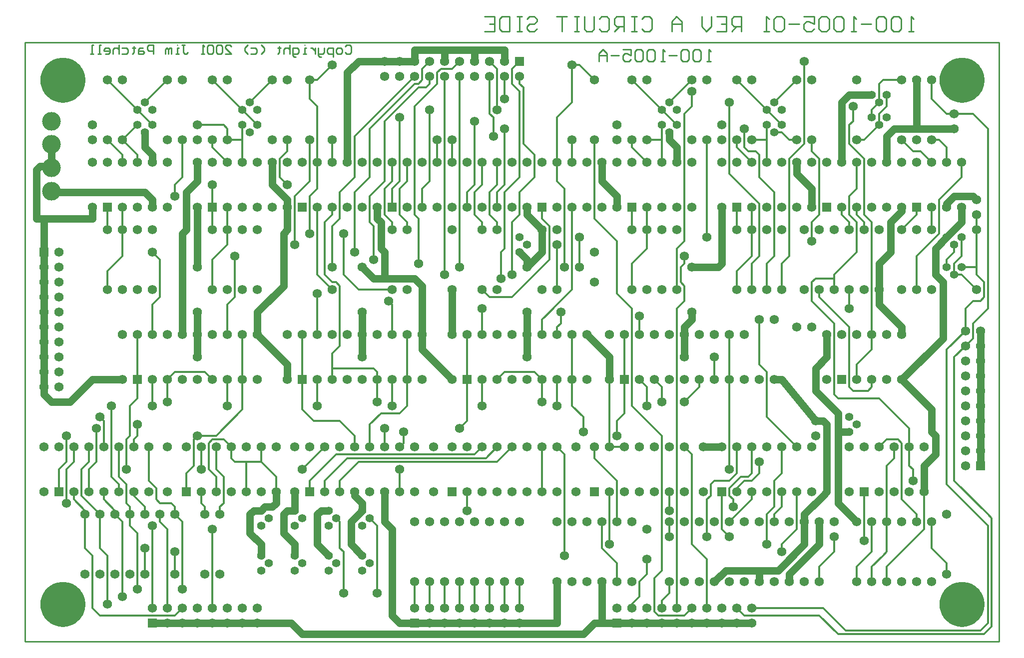
<source format=gbl>
*%FSLAX23Y23*%
*%MOIN*%
G01*
%ADD11C,0.006*%
%ADD12C,0.007*%
%ADD13C,0.008*%
%ADD14C,0.010*%
%ADD15C,0.012*%
%ADD16C,0.020*%
%ADD17C,0.032*%
%ADD18C,0.036*%
%ADD19C,0.050*%
%ADD20C,0.052*%
%ADD21C,0.055*%
%ADD22C,0.056*%
%ADD23C,0.059*%
%ADD24C,0.062*%
%ADD25C,0.066*%
%ADD26C,0.070*%
%ADD27C,0.090*%
%ADD28C,0.125*%
%ADD29C,0.129*%
%ADD30C,0.140*%
%ADD31C,0.160*%
%ADD32C,0.250*%
%ADD33R,0.062X0.062*%
%ADD34R,0.066X0.066*%
D14*
X8329Y9818D02*
X8339Y9828D01*
X8359D01*
X8369Y9818D01*
Y9778D01*
X8359Y9768D01*
X8339D01*
X8329Y9778D01*
X8299Y9768D02*
X8279D01*
X8269Y9778D01*
Y9798D01*
X8279Y9808D01*
X8299D01*
X8309Y9798D01*
Y9778D01*
X8299Y9768D01*
X8249Y9748D02*
Y9808D01*
X8219D01*
X8209Y9798D01*
Y9778D01*
X8219Y9768D01*
X8249D01*
X8189Y9778D02*
Y9808D01*
Y9778D02*
X8179Y9768D01*
X8149D01*
Y9758D01*
X8159Y9748D01*
X8169D01*
X8149Y9768D02*
Y9808D01*
X8129D02*
Y9768D01*
Y9788D01*
X8119Y9798D01*
X8109Y9808D01*
X8099D01*
X8069Y9768D02*
X8049D01*
X8059D01*
Y9808D01*
X8069D01*
X8059Y9828D02*
X8060D01*
X7999Y9748D02*
X7989D01*
X7979Y9758D01*
Y9808D01*
X8009D01*
X8019Y9798D01*
Y9778D01*
X8009Y9768D01*
X7979D01*
X7959D02*
Y9828D01*
Y9798D02*
Y9768D01*
Y9798D02*
X7949Y9808D01*
X7929D01*
X7919Y9798D01*
Y9768D01*
X7889Y9808D02*
Y9818D01*
Y9808D02*
X7899D01*
X7879D01*
X7889D01*
Y9778D01*
X7879Y9768D01*
X7789Y9788D02*
X7769Y9768D01*
X7789Y9788D02*
Y9808D01*
X7769Y9828D01*
X7729Y9808D02*
X7699D01*
X7729D02*
X7739Y9798D01*
Y9778D01*
X7729Y9768D01*
X7699D01*
X7679D02*
X7659Y9788D01*
Y9808D01*
X7679Y9828D01*
X7569Y9768D02*
X7529D01*
X7569D02*
X7529Y9808D01*
Y9818D01*
X7539Y9828D01*
X7559D01*
X7569Y9818D01*
X7509D02*
X7499Y9828D01*
X7479D01*
X7469Y9818D01*
Y9778D01*
X7479Y9768D01*
X7499D01*
X7509Y9778D01*
Y9818D01*
X7449D02*
X7439Y9828D01*
X7419D01*
X7409Y9818D01*
Y9778D01*
X7419Y9768D01*
X7439D01*
X7449Y9778D01*
Y9818D01*
X7389Y9768D02*
X7369D01*
X7379D01*
Y9828D01*
X7380D01*
X7379D02*
X7389Y9818D01*
X7259Y9828D02*
X7239D01*
X7249D02*
X7259D01*
X7249D02*
Y9778D01*
X7259Y9768D01*
X7269D01*
X7279Y9778D01*
X7219Y9768D02*
X7199D01*
X7209D01*
Y9808D01*
X7219D01*
X7209Y9828D02*
X7210D01*
X7169Y9808D02*
Y9768D01*
Y9808D02*
X7159D01*
X7149Y9798D01*
Y9768D01*
Y9798D01*
X7139Y9808D01*
X7129Y9798D01*
Y9768D01*
X7049D02*
Y9828D01*
X7019D01*
X7009Y9818D01*
Y9798D01*
X7019Y9788D01*
X7049D01*
X6979Y9808D02*
X6959D01*
X6949Y9798D01*
Y9768D01*
X6979D01*
X6989Y9778D01*
X6979Y9788D01*
X6949D01*
X6919Y9808D02*
Y9818D01*
Y9808D02*
X6929D01*
X6909D01*
X6919D01*
Y9778D01*
X6909Y9768D01*
X6869Y9808D02*
X6839D01*
X6869D02*
X6879Y9798D01*
Y9778D01*
X6869Y9768D01*
X6839D01*
X6820D02*
Y9828D01*
Y9798D02*
Y9768D01*
Y9798D02*
X6810Y9808D01*
X6790D01*
X6780Y9798D01*
Y9768D01*
X6750D02*
X6730D01*
X6750D02*
X6760Y9778D01*
Y9798D01*
X6750Y9808D01*
X6730D01*
X6720Y9798D01*
Y9788D01*
X6760D01*
X6700Y9768D02*
X6680D01*
X6690D01*
Y9828D01*
X6700D01*
X6650Y9768D02*
X6630D01*
X6640D01*
Y9828D01*
X6650D01*
X10742Y9718D02*
X10769D01*
X10756D02*
X10742D01*
X10756D02*
Y9798D01*
X10757D01*
X10756D02*
X10769Y9785D01*
X10702D02*
X10689Y9798D01*
X10662D01*
X10649Y9785D01*
Y9731D01*
X10662Y9718D01*
X10689D01*
X10702Y9731D01*
Y9785D01*
X10622D02*
X10609Y9798D01*
X10582D01*
X10569Y9785D01*
Y9731D01*
X10582Y9718D01*
X10609D01*
X10622Y9731D01*
Y9785D01*
X10542Y9758D02*
X10489D01*
X10462Y9718D02*
X10436D01*
X10449D01*
Y9798D01*
X10450D01*
X10449D02*
X10462Y9785D01*
X10396D02*
X10382Y9798D01*
X10356D01*
X10342Y9785D01*
Y9731D01*
X10356Y9718D01*
X10382D01*
X10396Y9731D01*
Y9785D01*
X10316D02*
X10302Y9798D01*
X10276D01*
X10262Y9785D01*
Y9731D01*
X10276Y9718D01*
X10302D01*
X10316Y9731D01*
Y9785D01*
X10236Y9798D02*
X10183D01*
X10236D02*
Y9758D01*
X10209Y9771D01*
X10196D01*
X10183Y9758D01*
Y9731D01*
X10196Y9718D01*
X10223D01*
X10236Y9731D01*
X10156Y9758D02*
X10103D01*
X10076Y9771D02*
Y9718D01*
Y9771D02*
X10049Y9798D01*
X10023Y9771D01*
Y9718D01*
Y9758D01*
X10076D01*
X12091Y9918D02*
X12124D01*
X12107D02*
X12091D01*
X12107D02*
Y10018D01*
X12108D01*
X12107D02*
X12124Y10001D01*
X12041D02*
X12024Y10018D01*
X11991D01*
X11974Y10001D01*
Y9935D01*
X11991Y9918D01*
X12024D01*
X12041Y9935D01*
Y10001D01*
X11941D02*
X11924Y10018D01*
X11891D01*
X11874Y10001D01*
Y9935D01*
X11891Y9918D01*
X11924D01*
X11941Y9935D01*
Y10001D01*
X11841Y9968D02*
X11774D01*
X11741Y9918D02*
X11707D01*
X11724D01*
Y10018D01*
X11725D01*
X11724D02*
X11741Y10001D01*
X11657D02*
X11641Y10018D01*
X11608D01*
X11591Y10001D01*
Y9935D01*
X11608Y9918D01*
X11641D01*
X11657Y9935D01*
Y10001D01*
X11558D02*
X11541Y10018D01*
X11508D01*
X11491Y10001D01*
Y9935D01*
X11508Y9918D01*
X11541D01*
X11558Y9935D01*
Y10001D01*
X11458Y10018D02*
X11391D01*
X11458D02*
Y9968D01*
X11424Y9985D01*
X11408D01*
X11391Y9968D01*
Y9935D01*
X11408Y9918D01*
X11441D01*
X11458Y9935D01*
X11358Y9968D02*
X11291D01*
X11258Y10001D02*
X11241Y10018D01*
X11208D01*
X11191Y10001D01*
Y9935D01*
X11208Y9918D01*
X11241D01*
X11258Y9935D01*
Y10001D01*
X11158Y9918D02*
X11124D01*
X11141D01*
Y10018D01*
X11142D01*
X11141D02*
X11158Y10001D01*
X10974Y10018D02*
Y9918D01*
Y10018D02*
X10924D01*
X10908Y10001D01*
Y9968D01*
X10924Y9951D01*
X10974D01*
X10941D02*
X10908Y9918D01*
X10874Y10018D02*
X10808D01*
X10874D02*
Y9918D01*
X10808D01*
X10841Y9968D02*
X10874D01*
X10774Y9951D02*
Y10018D01*
Y9951D02*
X10741Y9918D01*
X10708Y9951D01*
Y10018D01*
X10575Y9985D02*
Y9918D01*
Y9985D02*
X10541Y10018D01*
X10508Y9985D01*
Y9918D01*
Y9968D01*
X10575D01*
X10325Y10018D02*
X10308Y10001D01*
X10325Y10018D02*
X10358D01*
X10375Y10001D01*
Y9935D01*
X10358Y9918D01*
X10325D01*
X10308Y9935D01*
X10275Y10018D02*
X10241D01*
X10258D01*
Y9918D01*
X10275D01*
X10241D01*
X10191D02*
Y10018D01*
X10141D01*
X10125Y10001D01*
Y9968D01*
X10141Y9951D01*
X10191D01*
X10158D02*
X10125Y9918D01*
X10025Y10001D02*
X10041Y10018D01*
X10075D01*
X10091Y10001D01*
Y9935D01*
X10075Y9918D01*
X10041D01*
X10025Y9935D01*
X9991D02*
Y10018D01*
Y9935D02*
X9975Y9918D01*
X9941D01*
X9925Y9935D01*
Y10018D01*
X9891D02*
X9858D01*
X9875D01*
Y9918D01*
X9891D01*
X9858D01*
X9808Y10018D02*
X9741D01*
X9775D01*
Y9918D01*
X9558Y10018D02*
X9542Y10001D01*
X9558Y10018D02*
X9591D01*
X9608Y10001D01*
Y9985D01*
X9591Y9968D01*
X9558D01*
X9542Y9951D01*
Y9935D01*
X9558Y9918D01*
X9591D01*
X9608Y9935D01*
X9508Y10018D02*
X9475D01*
X9492D01*
Y9918D01*
X9508D01*
X9475D01*
X9425D02*
Y10018D01*
Y9918D02*
X9375D01*
X9358Y9935D01*
Y10001D01*
X9375Y10018D01*
X9425D01*
X9325D02*
X9258D01*
X9325D02*
Y9918D01*
X9258D01*
X9292Y9968D02*
X9325D01*
X6194Y9843D02*
X12694D01*
Y5843D02*
X6194D01*
X12694D02*
Y9843D01*
X6194D02*
Y5843D01*
D15*
X10894Y6643D02*
X11044Y6793D01*
X11594Y8293D02*
X11744Y8443D01*
X8419Y7043D02*
X8294Y6918D01*
X8194D02*
X8344Y7068D01*
X8269Y7093D02*
X8094Y6918D01*
X6994Y9443D02*
X7144Y9593D01*
X7694Y9443D02*
X7844Y9593D01*
X10494Y9443D02*
X10644Y9593D01*
X11194Y9443D02*
X11344Y9593D01*
X8944Y9568D02*
X8794Y9418D01*
Y9618D02*
X8394Y9218D01*
X8594Y9318D02*
X8819Y9543D01*
X8794Y9568D02*
X8494Y9268D01*
X12294Y8793D02*
X12444Y8943D01*
X12194Y6593D02*
X11944Y6343D01*
X12144Y8418D02*
X12294Y8568D01*
X12469Y7918D02*
X12344Y7793D01*
X8194Y7143D02*
X8044Y6993D01*
X7644Y7393D02*
X7469Y7218D01*
X9644Y7993D02*
X9844Y8193D01*
X9694Y8393D02*
X9444Y8143D01*
X11144Y7343D02*
X11344Y7143D01*
X10144Y6918D02*
X9994Y7068D01*
X10244Y7418D02*
X10444Y7218D01*
X11444Y8118D02*
X11594Y7968D01*
X11694Y7943D02*
X11494Y8143D01*
X7644Y9393D02*
X7444Y9593D01*
X6944Y9393D02*
X6744Y9593D01*
X10269Y9568D02*
X10444Y9393D01*
X10944Y9593D02*
X11144Y9393D01*
X10894Y8968D02*
X11094Y8768D01*
X10144Y8518D02*
X9994Y8668D01*
X12394Y6918D02*
X12619Y6693D01*
Y6618D02*
X12344Y6893D01*
X11494Y6018D02*
X11619Y5893D01*
X11669Y5918D02*
X11519Y6068D01*
X6694Y6693D02*
X6569Y6818D01*
X11619Y5893D02*
X12594D01*
X12569Y5918D02*
X11669D01*
X11519Y6068D02*
X11044D01*
X7194Y6018D02*
X6694D01*
X10419D02*
X10594D01*
X10994D02*
X11494D01*
X6419Y6843D02*
Y6993D01*
X6469Y7043D02*
Y7218D01*
Y6993D02*
Y6768D01*
X6519Y7043D02*
Y7143D01*
Y6843D02*
Y6793D01*
X6419Y6993D02*
X6469Y7043D01*
Y6993D02*
X6519Y7043D01*
Y6793D02*
X6594Y6718D01*
X6744Y8593D02*
Y8743D01*
Y8318D02*
Y8193D01*
Y6418D02*
Y6093D01*
X6644Y6068D02*
Y6418D01*
X6694Y6468D02*
Y6693D01*
X6594D02*
Y6468D01*
Y6693D02*
Y6718D01*
X6569Y6818D02*
Y6993D01*
X6619Y7043D02*
Y7143D01*
Y6993D02*
Y6843D01*
X6669Y7043D02*
Y7268D01*
X6719Y7318D02*
Y7143D01*
Y6843D02*
Y6793D01*
X6744Y8318D02*
X6844Y8418D01*
X6619Y7043D02*
X6569Y6993D01*
X6619D02*
X6669Y7043D01*
X6844Y9093D02*
X6744Y9193D01*
X6644Y6068D02*
X6694Y6018D01*
X6744Y6418D02*
X6694Y6468D01*
X6644Y6418D02*
X6594Y6468D01*
X6719Y7318D02*
X6694Y7343D01*
X6719Y6793D02*
X6794Y6718D01*
X6944Y7593D02*
Y7893D01*
Y9043D02*
Y9093D01*
Y7593D02*
Y7468D01*
Y6568D02*
Y6193D01*
Y7218D02*
Y7293D01*
X6894Y6693D02*
Y6618D01*
Y6693D02*
Y6743D01*
X6844Y8593D02*
Y8743D01*
Y8593D02*
Y8418D01*
Y9043D02*
Y9093D01*
X6894Y7418D02*
Y7218D01*
X6844Y6643D02*
Y6143D01*
X6794Y6693D02*
Y6718D01*
X6819Y6843D02*
Y6893D01*
X6769Y6943D02*
Y7418D01*
X6819Y7143D02*
Y6943D01*
X6869Y6893D02*
Y6768D01*
X6919Y6818D02*
Y6843D01*
X6869Y6993D02*
Y7193D01*
X6919D02*
Y7143D01*
X6844Y9193D02*
X6944Y9293D01*
Y7468D02*
X6894Y7418D01*
Y7218D02*
X6869Y7193D01*
X6919D02*
X6944Y7218D01*
X7044Y9293D02*
X6944Y9393D01*
X6894Y6618D02*
X6944Y6568D01*
X6844Y6643D02*
X6794Y6693D01*
X6944Y9093D02*
X6844Y9193D01*
X6769Y6943D02*
X6819Y6893D01*
Y6943D02*
X6869Y6893D01*
Y6768D02*
X6894Y6743D01*
X6919Y6818D02*
X6994Y6743D01*
X7094Y6768D02*
X7169D01*
X7144Y6593D02*
Y6068D01*
Y7443D02*
Y7593D01*
X6994Y6468D02*
Y6293D01*
X7094Y6643D02*
Y6693D01*
X7044Y7893D02*
Y8093D01*
X7094Y8143D02*
Y8393D01*
X7044Y7593D02*
Y7418D01*
Y6618D02*
Y6068D01*
X6994Y6693D02*
Y6743D01*
X7019Y6918D02*
Y7143D01*
X7069Y6868D02*
Y6793D01*
X7144Y7593D02*
X7194Y7643D01*
X7044Y8093D02*
X7094Y8143D01*
X7119Y6618D02*
X7144Y6593D01*
X7119Y6618D02*
X7094Y6643D01*
Y8393D02*
X7044Y8443D01*
X7019Y6918D02*
X7069Y6868D01*
Y6793D02*
X7094Y6768D01*
X10994Y6918D02*
X11044D01*
X11019Y6943D02*
X10969D01*
X10894Y6918D02*
X10794D01*
X7319Y7018D02*
Y7193D01*
X7269Y6968D02*
Y6843D01*
X7244Y6643D02*
Y6193D01*
X7194Y6693D02*
Y6743D01*
X7244Y8943D02*
Y9193D01*
X7194Y8893D02*
Y8818D01*
Y6443D02*
Y6293D01*
X7319Y7193D02*
X7344Y7218D01*
X7319Y7018D02*
X7269Y6968D01*
X7244Y6068D02*
X7194Y6018D01*
Y8893D02*
X7244Y8943D01*
X7194Y6693D02*
X7244Y6643D01*
X7194Y6743D02*
X7169Y6768D01*
X10094Y7143D02*
X10194D01*
X9344Y7043D02*
X8419D01*
X8344Y7068D02*
X9269D01*
X9194Y7093D02*
X8269D01*
X7769Y7043D02*
X7594D01*
X7519Y6943D02*
Y6768D01*
X7469Y6843D02*
Y6943D01*
X7419Y6993D02*
Y7168D01*
X7369Y6843D02*
Y6768D01*
X7394Y6743D02*
Y6693D01*
X7469Y6993D02*
Y7143D01*
X7369D02*
Y6993D01*
X7444Y8743D02*
Y8893D01*
X7494Y6743D02*
Y6693D01*
X7444Y8193D02*
Y8393D01*
Y8593D02*
Y8743D01*
Y9143D02*
Y9193D01*
Y6593D02*
Y6068D01*
X7419Y7168D02*
X7444Y7193D01*
X7519Y6768D02*
X7494Y6743D01*
X7444Y8393D02*
X7544Y8493D01*
X7519Y7193D02*
X7569Y7143D01*
X7544Y9268D02*
X7519Y9293D01*
X7419Y6993D02*
X7469Y6943D01*
X7369Y6768D02*
X7394Y6743D01*
X7519Y6943D02*
X7469Y6993D01*
X7444Y7593D02*
X7394Y7643D01*
X7544Y9043D02*
X7444Y9143D01*
X8119Y7318D02*
X8294D01*
X8569Y7368D02*
X8694D01*
X7469Y7218D02*
X7344D01*
X7444Y7193D02*
X7519D01*
X11944D02*
X12019D01*
X7669Y7043D02*
Y6843D01*
X7569Y7068D02*
Y7143D01*
X7544Y7893D02*
Y8093D01*
X7644Y7893D02*
Y7593D01*
X7544D02*
Y7468D01*
Y8493D02*
Y8593D01*
Y8743D01*
X7644Y9193D02*
Y9293D01*
Y9043D01*
X7544Y9193D02*
Y9268D01*
X7594Y8318D02*
Y8143D01*
X7644Y7593D02*
Y7393D01*
X7544Y7418D02*
Y7468D01*
X7594Y8318D02*
Y8418D01*
Y8143D02*
X7544Y8093D01*
X7569Y7068D02*
X7594Y7043D01*
X7744Y9293D02*
X7644Y9393D01*
X11719Y7518D02*
X11819D01*
X11894Y7468D02*
X11619D01*
X7769Y7143D02*
Y7043D01*
X7869Y6943D02*
Y6843D01*
X7894Y8943D02*
Y9068D01*
X7944Y9118D01*
X7769Y7043D02*
X7869Y6943D01*
X7944Y8893D02*
X7894Y8943D01*
X7394Y7643D02*
X7194D01*
X9394D02*
X9594D01*
X8519Y7668D02*
X8244D01*
X7944Y9118D02*
Y9193D01*
X8094Y6918D02*
Y6843D01*
X8044Y7393D02*
Y7593D01*
Y7893D01*
X8094Y9468D02*
Y9593D01*
X7994Y8818D02*
Y8493D01*
X8094Y8918D02*
Y9193D01*
Y8818D02*
Y8568D01*
X7994Y8818D02*
X8094Y8918D01*
X8144Y8868D02*
X8094Y8818D01*
X8044Y7393D02*
X8119Y7318D01*
X8144Y9418D02*
X8094Y9468D01*
X8294Y8218D02*
Y7818D01*
X8319Y6443D02*
Y6168D01*
X8294Y6468D02*
Y6643D01*
Y6843D02*
Y6918D01*
Y8668D02*
Y8843D01*
X8319Y8568D02*
Y8293D01*
X8244Y7768D02*
Y7593D01*
X8194Y8293D02*
Y8643D01*
X8244Y8693D02*
Y8743D01*
X8144Y8368D02*
Y8293D01*
Y8368D02*
Y8743D01*
X8194Y6918D02*
Y6843D01*
X8244Y9043D02*
Y9193D01*
X8144Y9043D02*
Y9418D01*
Y8168D02*
Y7893D01*
X8244Y8343D02*
Y8618D01*
X8144Y8868D02*
Y9043D01*
Y7593D02*
Y7418D01*
X8294Y8843D02*
X8394Y8943D01*
X8294Y7818D02*
X8244Y7768D01*
X8194Y8643D02*
X8244Y8693D01*
X8144Y9593D02*
X8244Y9693D01*
X8294Y8668D02*
X8244Y8618D01*
X8294Y6468D02*
X8319Y6443D01*
X8394Y7218D02*
X8294Y7318D01*
X8419Y8193D02*
X8319Y8293D01*
X8269Y8243D02*
X8294Y8218D01*
X8244Y8243D02*
X8194Y8293D01*
X8219Y8218D02*
X8244Y8193D01*
X8219Y8218D02*
X8144Y8293D01*
X8269Y6668D02*
X8294Y6643D01*
X12519Y8118D02*
X12569D01*
X9444Y8143D02*
X9294D01*
X8494Y8643D02*
Y8818D01*
X8519Y8618D02*
Y8393D01*
X8494Y8943D02*
Y9268D01*
Y7293D02*
Y7168D01*
Y7143D01*
X8394D02*
Y7218D01*
Y8943D02*
Y9218D01*
Y8843D02*
Y8443D01*
X8494Y8818D02*
X8594Y8918D01*
X8569Y7368D02*
X8494Y7293D01*
X8394Y8843D02*
X8494Y8943D01*
Y8643D02*
X8519Y8618D01*
X8494Y6668D02*
X8544Y6618D01*
Y7643D02*
X8519Y7668D01*
X8269Y8243D02*
X8244D01*
X12394Y8293D02*
X12444D01*
X11594Y8268D02*
X11469D01*
X8644Y8193D02*
X8419D01*
X12444Y8343D02*
X12544D01*
X8694Y6993D02*
Y6843D01*
Y8693D02*
Y8868D01*
Y8918D02*
Y9343D01*
X8544Y6618D02*
Y6168D01*
X8594Y7143D02*
Y7218D01*
X8644Y8593D02*
Y8643D01*
X8594Y8693D02*
Y8868D01*
X8644Y8918D02*
Y9043D01*
Y8868D02*
Y8743D01*
X8594Y8918D02*
Y9318D01*
X8544Y7643D02*
Y7593D01*
X8594Y7268D02*
Y7218D01*
X8644Y7418D02*
Y7593D01*
X8544D02*
Y7443D01*
X8644Y7893D02*
Y8093D01*
X8744Y7418D02*
X8694Y7368D01*
Y8868D02*
X8744Y8918D01*
X8719Y7168D02*
X8694Y7143D01*
X8594Y8868D02*
X8644Y8918D01*
Y8868D02*
X8694Y8918D01*
Y8693D02*
X8744Y8643D01*
X8644D02*
X8594Y8693D01*
X8619Y8118D02*
X8644Y8093D01*
X8894Y6243D02*
Y6068D01*
Y8918D02*
Y9393D01*
Y9568D02*
Y9618D01*
X8744Y7593D02*
Y7418D01*
Y7593D02*
Y7893D01*
X8794Y6243D02*
Y6068D01*
X8744Y8918D02*
Y9043D01*
Y8643D02*
Y8593D01*
X8844Y8743D02*
Y8868D01*
X8819Y8668D02*
Y8368D01*
X8794Y8693D02*
Y9418D01*
X8844Y9593D02*
Y9668D01*
X8719Y7243D02*
Y7168D01*
X8844Y8868D02*
X8894Y8918D01*
X8869Y9543D02*
X8894Y9568D01*
X8844Y9593D02*
X8819Y9568D01*
X8844Y9668D02*
X8894Y9718D01*
X8794Y8693D02*
X8819Y8668D01*
X9094Y6243D02*
Y6068D01*
Y8343D02*
Y9618D01*
X9044Y9193D02*
Y9043D01*
X8944D02*
Y9193D01*
X8994Y6243D02*
Y6068D01*
Y9418D02*
Y9618D01*
Y9418D02*
Y8293D01*
X8944Y9568D02*
Y9643D01*
X9144Y7318D02*
X9094Y7268D01*
X8944Y9643D02*
X8969Y9668D01*
X9044D02*
X9094Y9718D01*
X9294Y6243D02*
Y6068D01*
Y8693D02*
Y8843D01*
Y9368D02*
Y9618D01*
X9144Y6843D02*
Y6718D01*
Y7593D02*
Y7893D01*
X9194Y6243D02*
Y6068D01*
X9244Y8593D02*
Y8643D01*
X9194Y8693D02*
Y8843D01*
X9244Y8893D02*
Y9043D01*
X9144Y8843D02*
Y8743D01*
X9194Y8893D02*
Y9318D01*
X9244Y7593D02*
Y7418D01*
X9144Y7318D02*
Y7593D01*
X9244Y7893D02*
Y8068D01*
X9294Y8843D02*
X9344Y8893D01*
Y7143D02*
X9269Y7068D01*
X9194Y7093D02*
X9244Y7143D01*
X9194Y8843D02*
X9244Y8893D01*
X9194D02*
X9144Y8843D01*
X9319Y9343D02*
X9294Y9368D01*
Y8693D02*
X9344Y8643D01*
Y9668D02*
X9294Y9718D01*
X9194Y8693D02*
X9244Y8643D01*
Y8193D02*
X9294Y8143D01*
X11019Y9118D02*
X11069D01*
X12119D02*
X12169D01*
X9494Y6243D02*
Y6068D01*
Y8943D02*
Y9518D01*
Y8843D02*
Y8693D01*
Y9568D02*
Y9593D01*
Y9618D01*
X9319Y9343D02*
Y9218D01*
X9394Y6243D02*
Y6068D01*
X9344Y8893D02*
Y9043D01*
Y8643D02*
Y8593D01*
Y8743D02*
Y8843D01*
X9444Y9568D02*
Y9668D01*
Y8643D02*
Y8343D01*
X9394Y8893D02*
Y9268D01*
X9344Y9393D02*
Y9668D01*
X9394Y9618D02*
Y9468D01*
X9444Y8343D02*
Y8293D01*
X9369Y8268D02*
Y8443D01*
X9394Y8468D02*
Y8843D01*
X9494D02*
X9594Y8943D01*
X9444Y7143D02*
X9344Y7043D01*
Y7593D02*
X9394Y7643D01*
X9344Y8843D02*
X9394Y8893D01*
Y8843D02*
X9494Y8943D01*
X9444Y9668D02*
X9494Y9718D01*
Y8693D02*
X9444Y8643D01*
X9394Y8468D02*
X9369Y8443D01*
X9519Y9543D02*
X9494Y9568D01*
X9444D02*
X9494Y9518D01*
X7644Y9193D02*
X7544D01*
X7519Y9293D02*
X7344D01*
X11044Y9193D02*
X11144D01*
X10444D02*
X10344D01*
X11744D02*
X11794D01*
X12244D02*
X12294D01*
X11244Y9243D02*
X11194D01*
X11294Y9193D02*
X11344D01*
X9644Y7993D02*
Y7893D01*
X9694Y8393D02*
Y8618D01*
X9644Y7143D02*
Y6843D01*
Y8668D02*
Y8743D01*
X9594Y8943D02*
Y9093D01*
X9519Y9168D02*
Y9518D01*
Y9543D01*
X9644Y7593D02*
Y7543D01*
Y7443D01*
Y7993D02*
X9719Y8068D01*
X9694Y8618D02*
X9644Y8668D01*
X9594Y7643D02*
X9644Y7593D01*
X9594Y9093D02*
X9519Y9168D01*
X12344Y9368D02*
X12394D01*
X12519D01*
X9794Y7093D02*
Y6418D01*
X9769Y7968D02*
Y8043D01*
X9744Y7943D02*
Y7893D01*
Y8918D02*
Y9043D01*
X9844Y7893D02*
Y7593D01*
X9744Y8193D02*
Y8493D01*
X9844Y9443D02*
Y9693D01*
X9744Y9343D02*
Y9043D01*
X9844D02*
Y9193D01*
Y7593D02*
Y7418D01*
X9744D02*
Y7593D01*
X9844Y8293D02*
Y8743D01*
X9794Y8868D02*
Y8343D01*
X9844Y8293D02*
Y8193D01*
X9769Y7968D02*
X9744Y7943D01*
Y9343D02*
X9844Y9443D01*
X9744Y7143D02*
X9794Y7093D01*
X9919Y7343D02*
X9844Y7418D01*
X9794Y8868D02*
X9744Y8918D01*
X9844Y9693D02*
X9894D01*
X8144Y9593D02*
X8094D01*
X8969Y9668D02*
X9044D01*
X8819Y9568D02*
X8794D01*
X11919Y9593D02*
X12044D01*
X8869Y9543D02*
X8819D01*
X9994Y7143D02*
Y7068D01*
X10044Y6643D02*
Y6468D01*
X9894Y8343D02*
Y8543D01*
X9994Y8668D02*
Y9193D01*
X9919Y7343D02*
Y7243D01*
X10044Y6468D02*
X10144Y6368D01*
X9994Y9593D02*
X9894Y9693D01*
X10094Y7593D02*
Y7143D01*
Y6843D02*
Y6493D01*
X10144Y6643D02*
Y6918D01*
X10244Y7418D02*
Y8068D01*
X10194Y7593D02*
Y7368D01*
Y7593D02*
Y7893D01*
X10244Y6093D02*
Y6068D01*
X10144Y6243D02*
Y6368D01*
X10244Y9143D02*
Y9193D01*
Y8743D02*
Y8593D01*
Y8368D02*
Y8193D01*
X10144Y8168D02*
Y8518D01*
Y7318D02*
Y7218D01*
Y7318D02*
X10194Y7368D01*
X10294Y6143D02*
X10244Y6093D01*
Y8368D02*
X10344Y8468D01*
X10144Y8168D02*
X10244Y8068D01*
X10269Y9568D02*
X10244Y9593D01*
Y9143D02*
X10344Y9043D01*
X10444Y9193D02*
Y9293D01*
Y7543D02*
Y7443D01*
X10344Y7518D02*
Y7543D01*
Y7518D02*
Y7418D01*
X10294Y7893D02*
Y8018D01*
X10444Y7218D02*
Y6393D01*
Y6118D02*
Y6068D01*
X10294Y6143D02*
Y6243D01*
X10344Y6293D02*
Y6393D01*
X10444Y9043D02*
Y9193D01*
X10344Y8743D02*
Y8593D01*
Y8468D01*
X10394Y6268D02*
Y6043D01*
X10444Y6318D02*
Y6393D01*
X10494Y6168D02*
X10444Y6118D01*
X10294Y6243D02*
X10344Y6293D01*
X10394Y6268D02*
X10444Y6318D01*
Y7543D02*
X10394Y7593D01*
X10344Y7543D02*
X10294Y7593D01*
X10544Y9293D02*
X10444Y9393D01*
X10394Y6043D02*
X10419Y6018D01*
X10644Y6493D02*
Y7093D01*
Y9418D02*
Y9518D01*
X10494Y6643D02*
Y6543D01*
Y6718D02*
Y6843D01*
X10544Y6068D02*
Y8068D01*
X10594Y8118D02*
Y8218D01*
X10569Y8243D02*
Y8343D01*
X10494Y6243D02*
Y6168D01*
X10594Y8518D02*
Y9368D01*
X10544Y8468D02*
Y8193D01*
X10594Y8368D02*
Y8418D01*
X10694Y7543D02*
X10594Y7443D01*
X10544Y8068D02*
X10594Y8118D01*
X10569Y8343D02*
X10594Y8368D01*
Y9368D02*
X10644Y9418D01*
X10594Y8518D02*
X10544Y8468D01*
X10644Y6068D02*
X10594Y6018D01*
X10744Y6393D02*
X10644Y6493D01*
Y7093D02*
X10594Y7143D01*
Y8218D02*
X10569Y8243D01*
X10844Y6743D02*
Y6593D01*
Y6743D02*
Y6843D01*
X10694Y7543D02*
Y7593D01*
X10769Y6893D02*
Y6818D01*
X10744Y6793D02*
Y6543D01*
Y6393D02*
Y6293D01*
X10794Y7593D02*
Y7743D01*
X10744Y6293D02*
Y6068D01*
Y8543D02*
Y9193D01*
X10769Y6818D02*
X10744Y6793D01*
X10769Y6893D02*
X10794Y6918D01*
X10844Y6593D02*
X10894Y6543D01*
X11044Y6968D02*
Y7143D01*
Y6843D02*
Y6793D01*
Y8593D02*
Y8743D01*
Y8593D02*
Y8418D01*
Y8368D02*
Y8193D01*
X10944Y6868D02*
Y6843D01*
X10894Y6818D02*
Y6868D01*
X10919Y6793D02*
Y6743D01*
X10944Y6968D02*
Y7143D01*
X10894Y7243D02*
Y7293D01*
Y7243D02*
Y6993D01*
Y7293D02*
Y7593D01*
Y7893D01*
X10944Y9143D02*
Y9193D01*
Y8743D02*
Y8593D01*
Y8318D02*
Y8193D01*
X10894Y8968D02*
Y9443D01*
X10994Y9268D02*
Y9143D01*
X11094Y6968D02*
X11044Y6918D01*
Y8368D02*
X11094Y8418D01*
X10994Y6918D02*
X10944Y6868D01*
X11019Y6943D02*
X11044Y6968D01*
X10969Y6943D02*
X10894Y6868D01*
Y6918D02*
X10944Y6968D01*
Y8318D02*
X11044Y8418D01*
X10894Y6818D02*
X10919Y6793D01*
X11044Y9043D02*
X10944Y9143D01*
X10994D02*
X11019Y9118D01*
X10944Y6068D02*
X10994Y6018D01*
X11244Y6968D02*
Y7143D01*
Y6843D02*
Y6743D01*
Y6493D02*
Y6443D01*
Y8193D02*
Y8368D01*
X11094Y7043D02*
Y6993D01*
X11144Y7343D02*
Y7643D01*
X11094Y6993D02*
Y6968D01*
X11194Y6918D02*
Y6743D01*
X11144Y6693D02*
Y6493D01*
X11194Y6643D02*
Y6693D01*
X11094Y7693D02*
Y7993D01*
X11144Y9193D02*
Y9293D01*
Y9043D01*
X11094Y8768D02*
Y8418D01*
Y8943D02*
Y9093D01*
X11194Y8843D02*
Y8418D01*
X11144Y8368D02*
Y8193D01*
X11344Y6593D02*
X11244Y6493D01*
Y8368D02*
X11294Y8418D01*
X11194Y6743D02*
X11144Y6693D01*
X11194Y6918D02*
X11244Y6968D01*
Y6743D02*
X11194Y6693D01*
X11144Y8368D02*
X11194Y8418D01*
X11294Y9193D02*
X11244Y9243D01*
X11094Y7693D02*
X11144Y7643D01*
X11244Y9293D02*
X11144Y9393D01*
X11069Y9118D02*
X11094Y9093D01*
Y8943D02*
X11194Y8843D01*
X11444Y8243D02*
Y8118D01*
Y8518D02*
Y8643D01*
Y9118D02*
Y9193D01*
X11344Y6843D02*
Y6593D01*
X11394Y9193D02*
Y9718D01*
Y9193D02*
Y9168D01*
X11294Y9068D02*
Y8418D01*
X11444Y8643D02*
X11494Y8693D01*
X11469Y8268D02*
X11444Y8243D01*
X11294Y9068D02*
X11394Y9168D01*
X11444Y9118D02*
X11494Y9068D01*
X11644Y8743D02*
Y8693D01*
X11594Y7968D02*
Y7493D01*
X11494Y8143D02*
Y8193D01*
Y8693D02*
Y9068D01*
X11594Y8293D02*
Y8193D01*
Y6543D02*
Y6443D01*
X11494Y6343D02*
Y6243D01*
X11594Y8193D02*
Y8268D01*
Y6443D02*
X11494Y6343D01*
X11694Y8643D02*
X11644Y8693D01*
X11594Y7493D02*
X11619Y7468D01*
X11844Y6343D02*
Y6243D01*
Y6443D02*
Y6643D01*
Y9343D02*
Y9393D01*
Y7893D02*
Y7793D01*
Y7593D02*
Y7543D01*
Y7893D02*
Y8643D01*
X11694Y7943D02*
Y7543D01*
X11744Y8868D02*
Y9043D01*
X11694Y8818D02*
Y8693D01*
X11744Y8643D02*
Y8443D01*
X11694Y8193D02*
Y8068D01*
X11794Y6843D02*
Y6518D01*
X11744Y6343D02*
Y6243D01*
X11794Y8593D02*
Y8643D01*
X11744Y8693D02*
Y8743D01*
X11694Y8643D02*
Y8593D01*
X11744Y7693D02*
Y7593D01*
X11794Y8693D02*
Y9068D01*
X11694Y9168D02*
Y9293D01*
X11719Y9318D02*
Y9418D01*
X11919Y6418D02*
X11844Y6343D01*
Y9393D02*
X11894Y9443D01*
X11844Y7543D02*
X11819Y7518D01*
X11694Y8818D02*
X11744Y8868D01*
X11844Y6443D02*
X11744Y6343D01*
X11794Y9193D02*
X11894Y9293D01*
X11844Y7793D02*
X11744Y7693D01*
X11694Y9293D02*
X11719Y9318D01*
X11694Y8693D02*
X11744Y8643D01*
Y8693D02*
X11794Y8643D01*
X11694Y7543D02*
X11719Y7518D01*
X11844Y8643D02*
X11794Y8693D01*
Y9068D02*
X11694Y9168D01*
X11944Y7018D02*
Y6643D01*
X11994Y7068D02*
Y7143D01*
X11944Y6643D02*
Y6443D01*
X11894Y9443D02*
Y9568D01*
X11944Y9493D02*
Y9418D01*
X11894Y9368D02*
Y9293D01*
X11944Y6343D02*
Y6243D01*
X11894Y7143D02*
X11944Y7193D01*
X11994Y7068D02*
X11944Y7018D01*
Y6443D02*
X11919Y6418D01*
X11894Y9568D02*
X11919Y9593D01*
X11944Y9418D02*
X11919Y9393D01*
X11894Y9368D01*
X12019Y7193D02*
X12044Y7168D01*
X12094Y7268D02*
X11994Y7368D01*
X11894Y7468D01*
X12119Y6993D02*
Y6918D01*
X12094Y7018D02*
Y7143D01*
X12044Y7168D02*
Y6793D01*
X12144Y6693D02*
Y6643D01*
Y8693D02*
Y8743D01*
X12094Y7268D02*
Y7143D01*
X12194Y6843D02*
Y6593D01*
X12144Y8193D02*
Y8418D01*
X12044Y8593D02*
X12144Y8693D01*
X12094Y7018D02*
X12119Y6993D01*
X12044Y6793D02*
X12144Y6693D01*
X12244Y9043D02*
X12169Y9118D01*
X12119D02*
X12044Y9193D01*
X12244Y6643D02*
Y6468D01*
X12344Y8343D02*
Y8393D01*
X12394Y8443D02*
Y8493D01*
Y8368D02*
Y8293D01*
X12244Y8593D02*
Y8743D01*
Y9468D02*
Y9593D01*
X12344Y9143D02*
Y9043D01*
X12294Y8793D02*
Y8568D01*
X12394Y7743D02*
Y6918D01*
X12344Y6893D02*
Y7768D01*
Y7793D01*
Y6368D02*
Y6293D01*
Y8393D02*
X12394Y8443D01*
X12444Y8418D02*
X12394Y8368D01*
X12469Y7818D02*
X12394Y7743D01*
X12344Y9368D02*
X12244Y9468D01*
X12294Y9193D02*
X12344Y9143D01*
X12244Y6468D02*
X12344Y6368D01*
X12619Y8068D02*
Y9268D01*
Y6618D02*
Y5968D01*
X12444Y8418D02*
Y8543D01*
X12544Y8593D02*
Y8693D01*
X12444Y8943D02*
Y9043D01*
X12469Y8068D02*
Y7918D01*
X12594Y8143D02*
Y8243D01*
X12544Y8343D02*
Y8593D01*
Y8343D02*
Y8293D01*
X12519Y7968D02*
Y7868D01*
X12469Y8068D02*
X12519Y8118D01*
X12569D02*
X12594Y8143D01*
X12519Y7868D02*
X12469Y7818D01*
X12519Y7968D02*
X12619Y8068D01*
X12644Y5943D02*
X12594Y5893D01*
X12569Y5918D02*
X12619Y5968D01*
X12644Y6668D02*
X12619Y6693D01*
X12544Y8193D02*
X12444Y8293D01*
X12544D02*
X12594Y8243D01*
X12619Y9268D02*
X12519Y9368D01*
X12644Y6668D02*
Y5943D01*
D19*
X7869Y6768D02*
X7844Y6743D01*
X11519Y6818D02*
X11544Y6843D01*
X11519Y6818D02*
X11394Y6693D01*
X10594Y7943D02*
X10644Y7993D01*
X11469Y7668D02*
X11544Y7743D01*
X8444Y6718D02*
X8369Y6643D01*
X8344Y9643D02*
X8419Y9718D01*
X11944Y9218D02*
X11994Y9268D01*
X9644Y8443D02*
X9544Y8343D01*
X10819D02*
X10844Y8368D01*
X11969Y8643D02*
X12044Y8718D01*
X11969Y8443D02*
X11894Y8368D01*
X7794Y6743D02*
X7769Y6718D01*
X7719D02*
X7694Y6693D01*
X7919D02*
X7944Y6718D01*
X8144Y6693D02*
X8169Y6718D01*
X7269Y8843D02*
X7344Y8918D01*
X7269Y8593D02*
X7244Y8568D01*
X12344Y8543D02*
X12444Y8643D01*
X12344Y8768D02*
X12394Y8818D01*
X11694Y9493D02*
X11644Y9443D01*
X10869Y6318D02*
X10794Y6243D01*
X11294Y6293D02*
X11494Y6493D01*
X11394D02*
X11219Y6318D01*
X12194Y7018D02*
X12269Y7093D01*
X6644Y7593D02*
X6494Y7443D01*
X12269Y8468D02*
X12344Y8543D01*
X12319Y7868D02*
X12044Y7593D01*
X7944Y8593D02*
X7919Y8568D01*
Y8218D02*
X7744Y8043D01*
X9919Y5893D02*
X9994Y5968D01*
X6294Y9018D02*
X6269Y8993D01*
X11519Y7318D02*
X11544Y7293D01*
X10094Y7743D02*
X9944Y7893D01*
X11469Y7518D02*
X11619Y7368D01*
Y6768D02*
X11744Y6643D01*
X8444Y6418D02*
X8369Y6493D01*
X9544Y8393D02*
X9494Y8443D01*
X9644Y8593D02*
X9544Y8693D01*
X8594Y8443D02*
X8569Y8468D01*
Y8643D02*
X8544Y8668D01*
X8794Y8268D02*
X8844Y8218D01*
X8519Y8268D02*
X8444Y8343D01*
X7944Y7693D02*
X7744Y7893D01*
X12019Y7968D02*
X12044Y7943D01*
X12019Y7968D02*
X11894Y8093D01*
X10144Y8818D02*
X10044Y8918D01*
X11344Y8968D02*
X11444Y8868D01*
X7769Y6493D02*
X7694Y6568D01*
X7919D02*
X7994Y6493D01*
X8144D02*
X8169Y6468D01*
X8219Y6418D01*
X8444Y6768D02*
X8394Y6818D01*
X12519Y8818D02*
X12544Y8793D01*
X7019Y9118D02*
X6994Y9143D01*
X7019Y9118D02*
X7044Y9093D01*
X10494Y9193D02*
X10544Y9143D01*
X7944Y8793D02*
X7844Y8893D01*
X8594Y6643D02*
X8644Y6593D01*
Y6018D02*
X8694Y5968D01*
X12044Y7593D02*
X12244Y7393D01*
Y7243D02*
X12269Y7218D01*
X6369Y7443D02*
X6319Y7493D01*
X12269Y8293D02*
X12319Y8243D01*
X7044Y8793D02*
X6994Y8843D01*
X8844Y7793D02*
X9044Y7593D01*
X7969Y5968D02*
X8044Y5893D01*
X11244Y7593D02*
X11469Y7318D01*
X10244Y5968D02*
X10144D01*
X10244D02*
X10344D01*
X10444D01*
X10544D01*
X10644D01*
X10744D01*
X10844D01*
X10944D01*
X11044D01*
X9494D02*
X9394D01*
X9294D01*
X9194D01*
X9094D01*
X8994D01*
X8894D01*
X8794D01*
X7144D02*
X7044D01*
X7144D02*
X7244D01*
X7344D01*
X7444D01*
X7544D01*
X7644D01*
X7744D01*
X8694D02*
X8794D01*
X9494D02*
X9694D01*
X9744D01*
X9994D02*
X10144D01*
X9919Y5893D02*
X8044D01*
X7969Y5968D02*
X7744D01*
X10044D02*
X10144D01*
X6319Y7493D02*
Y7543D01*
Y7643D01*
Y7743D01*
Y7843D02*
Y7943D01*
Y7843D02*
Y7743D01*
Y7943D02*
Y8043D01*
Y8143D01*
Y8243D01*
Y8343D01*
Y8443D01*
X6269Y8668D02*
Y8993D01*
X6319Y8668D02*
Y8443D01*
X6369Y9018D02*
Y9168D01*
X10869Y6318D02*
X11094D01*
X11219D01*
X6644Y8668D02*
Y8743D01*
X7794Y6743D02*
X7844D01*
X7769Y6718D02*
X7719D01*
X7944D02*
X7994D01*
X8169D02*
X8219D01*
X6994Y9143D02*
Y9243D01*
X7044Y9093D02*
Y9043D01*
Y8793D02*
Y8743D01*
X7344Y8918D02*
Y9043D01*
Y7893D02*
Y7743D01*
Y7893D02*
Y8043D01*
Y8343D02*
Y8743D01*
X7269Y8843D02*
Y8593D01*
X7244Y8568D02*
Y7893D01*
X10719Y7143D02*
X10844D01*
X11469Y7318D02*
X11519D01*
X11619Y7243D02*
X11694D01*
X7694Y6693D02*
Y6568D01*
X6494Y7443D02*
X6369D01*
X7919Y6693D02*
Y6568D01*
Y8218D02*
Y8568D01*
X7869Y6843D02*
Y6768D01*
X7769Y6493D02*
Y6418D01*
X7844Y8893D02*
Y9043D01*
X7744Y8043D02*
Y7893D01*
X11194Y7593D02*
X11244D01*
X6844D02*
X6644D01*
X7944D02*
Y7693D01*
X7994Y6843D02*
Y6718D01*
Y6493D02*
Y6418D01*
X7944Y8743D02*
Y8793D01*
Y8743D02*
Y8593D01*
X8144Y6693D02*
Y6618D01*
Y6493D01*
X8369D02*
Y6643D01*
X8344Y9043D02*
Y9643D01*
X8394Y6843D02*
Y6818D01*
X8444Y6768D02*
Y6718D01*
Y7893D02*
Y8043D01*
Y7893D02*
Y7743D01*
X8519Y8268D02*
X8794D01*
X10644Y8343D02*
X10819D01*
X8594Y8268D02*
Y8443D01*
X8569Y8468D02*
Y8643D01*
X8544Y8668D02*
Y8743D01*
X8594Y6843D02*
Y6643D01*
X8644Y6593D02*
Y6018D01*
X8844Y7893D02*
Y8218D01*
X8794Y9718D02*
Y9793D01*
X8844Y7893D02*
Y7793D01*
X6644Y8668D02*
X6319D01*
X6269D01*
X8994Y9718D02*
Y9793D01*
X9044Y8193D02*
Y7893D01*
X12394Y8818D02*
X12519D01*
X6994Y8843D02*
X6369D01*
X9194Y9718D02*
Y9793D01*
X6369Y9018D02*
X6294D01*
X9394Y9718D02*
Y9793D01*
X12144Y9268D02*
X12394D01*
X12144D02*
X11994D01*
X9544Y8393D02*
Y8343D01*
Y8693D02*
Y8743D01*
X9644Y8593D02*
Y8443D01*
X9544Y8043D02*
Y7893D01*
Y7743D01*
X11694Y9493D02*
X11844D01*
X9744Y6243D02*
Y5968D01*
X8594Y9718D02*
X8419D01*
X8594D02*
X8694D01*
X8794D01*
X10044Y9043D02*
Y8918D01*
Y6243D02*
Y5968D01*
X8994Y9793D02*
X8794D01*
X8994D02*
X9194D01*
X9394D01*
X10094Y7743D02*
Y7593D01*
X10144Y8743D02*
Y8818D01*
X10644Y8043D02*
Y7993D01*
X10594Y7943D02*
Y7893D01*
Y7743D01*
X10494Y9193D02*
Y9243D01*
X10544Y9143D02*
Y9043D01*
X10844Y8743D02*
Y8368D01*
X11094Y6318D02*
Y6243D01*
X11444Y8743D02*
Y8868D01*
X11394Y6693D02*
Y6643D01*
Y6493D01*
X11344Y8968D02*
Y9043D01*
X11294Y6293D02*
Y6243D01*
X11619Y6768D02*
Y7243D01*
Y7368D01*
X11644Y9043D02*
Y9443D01*
X11544Y7293D02*
Y6843D01*
X11469Y7518D02*
Y7668D01*
X11544Y7743D02*
Y7893D01*
X11494Y6643D02*
Y6493D01*
X11944Y9043D02*
Y9218D01*
X11969Y8643D02*
Y8443D01*
X11894Y8368D02*
Y8193D01*
Y8093D01*
X12144Y9268D02*
Y9593D01*
X12044Y8743D02*
Y8718D01*
Y7943D02*
Y7893D01*
X12194Y7018D02*
Y6843D01*
X12344Y8743D02*
Y8768D01*
X12244Y7393D02*
Y7243D01*
X12269Y7218D02*
Y7093D01*
Y8293D02*
Y8468D01*
X12319Y8243D02*
Y7868D01*
X12444Y8643D02*
Y8743D01*
X12569Y7918D02*
Y7818D01*
Y7718D01*
Y7618D01*
Y7518D01*
Y7418D01*
Y7318D01*
Y7218D01*
Y7118D02*
Y7018D01*
Y7118D02*
Y7218D01*
X6319Y6093D02*
X6320D01*
X6319D02*
X6319Y6083D01*
X6321Y6073D01*
X6323Y6063D01*
X6325Y6053D01*
X6329Y6044D01*
X6333Y6035D01*
X6338Y6026D01*
X6344Y6018D01*
X6350Y6010D01*
X6357Y6003D01*
X6365Y5996D01*
X6373Y5990D01*
X6382Y5985D01*
X6390Y5980D01*
X6400Y5976D01*
X6409Y5973D01*
X6419Y5971D01*
X6429Y5969D01*
X6439Y5968D01*
X6449D01*
X6459Y5969D01*
X6469Y5971D01*
X6479Y5973D01*
X6488Y5976D01*
X6498Y5980D01*
X6506Y5985D01*
X6515Y5990D01*
X6523Y5996D01*
X6531Y6003D01*
X6538Y6010D01*
X6544Y6018D01*
X6550Y6026D01*
X6555Y6035D01*
X6559Y6044D01*
X6563Y6053D01*
X6565Y6063D01*
X6567Y6073D01*
X6569Y6083D01*
X6569Y6093D01*
X6570D01*
X6569D02*
X6569Y6103D01*
X6567Y6113D01*
X6565Y6123D01*
X6563Y6133D01*
X6559Y6142D01*
X6555Y6151D01*
X6550Y6160D01*
X6544Y6168D01*
X6538Y6176D01*
X6531Y6183D01*
X6523Y6190D01*
X6515Y6196D01*
X6506Y6201D01*
X6498Y6206D01*
X6488Y6210D01*
X6479Y6213D01*
X6469Y6215D01*
X6459Y6217D01*
X6449Y6218D01*
X6439D01*
X6429Y6217D01*
X6419Y6215D01*
X6409Y6213D01*
X6400Y6210D01*
X6390Y6206D01*
X6382Y6201D01*
X6373Y6196D01*
X6365Y6190D01*
X6357Y6183D01*
X6350Y6176D01*
X6344Y6168D01*
X6338Y6160D01*
X6333Y6151D01*
X6329Y6142D01*
X6325Y6133D01*
X6323Y6123D01*
X6321Y6113D01*
X6319Y6103D01*
X6319Y6093D01*
X6367D02*
X6368D01*
X6367D02*
X6368Y6084D01*
X6369Y6075D01*
X6372Y6067D01*
X6375Y6058D01*
X6380Y6051D01*
X6385Y6044D01*
X6391Y6037D01*
X6398Y6031D01*
X6406Y6026D01*
X6414Y6022D01*
X6422Y6019D01*
X6431Y6017D01*
X6440Y6016D01*
X6448D01*
X6457Y6017D01*
X6466Y6019D01*
X6474Y6022D01*
X6482Y6026D01*
X6490Y6031D01*
X6497Y6037D01*
X6503Y6044D01*
X6508Y6051D01*
X6513Y6058D01*
X6516Y6067D01*
X6519Y6075D01*
X6520Y6084D01*
X6521Y6093D01*
X6522D01*
X6521D02*
X6520Y6102D01*
X6519Y6111D01*
X6516Y6119D01*
X6513Y6128D01*
X6508Y6135D01*
X6503Y6142D01*
X6497Y6149D01*
X6490Y6155D01*
X6482Y6160D01*
X6474Y6164D01*
X6466Y6167D01*
X6457Y6169D01*
X6448Y6170D01*
X6440D01*
X6431Y6169D01*
X6422Y6167D01*
X6414Y6164D01*
X6406Y6160D01*
X6398Y6155D01*
X6391Y6149D01*
X6385Y6142D01*
X6380Y6135D01*
X6375Y6128D01*
X6372Y6119D01*
X6369Y6111D01*
X6368Y6102D01*
X6367Y6093D01*
X6415D02*
X6416D01*
X6415D02*
X6416Y6087D01*
X6418Y6081D01*
X6421Y6076D01*
X6425Y6071D01*
X6430Y6068D01*
X6435Y6065D01*
X6441Y6064D01*
X6447D01*
X6453Y6065D01*
X6458Y6068D01*
X6463Y6071D01*
X6467Y6076D01*
X6470Y6081D01*
X6472Y6087D01*
X6473Y6093D01*
X6474D01*
X6473D02*
X6472Y6099D01*
X6470Y6105D01*
X6467Y6110D01*
X6463Y6115D01*
X6458Y6118D01*
X6453Y6121D01*
X6447Y6122D01*
X6441D01*
X6435Y6121D01*
X6430Y6118D01*
X6425Y6115D01*
X6421Y6110D01*
X6418Y6105D01*
X6416Y6099D01*
X6415Y6093D01*
X6444D02*
D03*
X6319Y9593D02*
X6320D01*
X6319D02*
X6319Y9583D01*
X6321Y9573D01*
X6323Y9563D01*
X6325Y9553D01*
X6329Y9544D01*
X6333Y9535D01*
X6338Y9526D01*
X6344Y9518D01*
X6350Y9510D01*
X6357Y9503D01*
X6365Y9496D01*
X6373Y9490D01*
X6382Y9485D01*
X6390Y9480D01*
X6400Y9476D01*
X6409Y9473D01*
X6419Y9471D01*
X6429Y9469D01*
X6439Y9468D01*
X6449D01*
X6459Y9469D01*
X6469Y9471D01*
X6479Y9473D01*
X6488Y9476D01*
X6498Y9480D01*
X6506Y9485D01*
X6515Y9490D01*
X6523Y9496D01*
X6531Y9503D01*
X6538Y9510D01*
X6544Y9518D01*
X6550Y9526D01*
X6555Y9535D01*
X6559Y9544D01*
X6563Y9553D01*
X6565Y9563D01*
X6567Y9573D01*
X6569Y9583D01*
X6569Y9593D01*
X6570D01*
X6569D02*
X6569Y9603D01*
X6567Y9613D01*
X6565Y9623D01*
X6563Y9633D01*
X6559Y9642D01*
X6555Y9651D01*
X6550Y9660D01*
X6544Y9668D01*
X6538Y9676D01*
X6531Y9683D01*
X6523Y9690D01*
X6515Y9696D01*
X6506Y9701D01*
X6498Y9706D01*
X6488Y9710D01*
X6479Y9713D01*
X6469Y9715D01*
X6459Y9717D01*
X6449Y9718D01*
X6439D01*
X6429Y9717D01*
X6419Y9715D01*
X6409Y9713D01*
X6400Y9710D01*
X6390Y9706D01*
X6382Y9701D01*
X6373Y9696D01*
X6365Y9690D01*
X6357Y9683D01*
X6350Y9676D01*
X6344Y9668D01*
X6338Y9660D01*
X6333Y9651D01*
X6329Y9642D01*
X6325Y9633D01*
X6323Y9623D01*
X6321Y9613D01*
X6319Y9603D01*
X6319Y9593D01*
X6367D02*
X6368D01*
X6367D02*
X6368Y9584D01*
X6369Y9575D01*
X6372Y9567D01*
X6375Y9558D01*
X6380Y9551D01*
X6385Y9544D01*
X6391Y9537D01*
X6398Y9531D01*
X6406Y9526D01*
X6414Y9522D01*
X6422Y9519D01*
X6431Y9517D01*
X6440Y9516D01*
X6448D01*
X6457Y9517D01*
X6466Y9519D01*
X6474Y9522D01*
X6482Y9526D01*
X6490Y9531D01*
X6497Y9537D01*
X6503Y9544D01*
X6508Y9551D01*
X6513Y9558D01*
X6516Y9567D01*
X6519Y9575D01*
X6520Y9584D01*
X6521Y9593D01*
X6522D01*
X6521D02*
X6520Y9602D01*
X6519Y9611D01*
X6516Y9619D01*
X6513Y9628D01*
X6508Y9635D01*
X6503Y9642D01*
X6497Y9649D01*
X6490Y9655D01*
X6482Y9660D01*
X6474Y9664D01*
X6466Y9667D01*
X6457Y9669D01*
X6448Y9670D01*
X6440D01*
X6431Y9669D01*
X6422Y9667D01*
X6414Y9664D01*
X6406Y9660D01*
X6398Y9655D01*
X6391Y9649D01*
X6385Y9642D01*
X6380Y9635D01*
X6375Y9628D01*
X6372Y9619D01*
X6369Y9611D01*
X6368Y9602D01*
X6367Y9593D01*
X6415D02*
X6416D01*
X6415D02*
X6416Y9587D01*
X6418Y9581D01*
X6421Y9576D01*
X6425Y9571D01*
X6430Y9568D01*
X6435Y9565D01*
X6441Y9564D01*
X6447D01*
X6453Y9565D01*
X6458Y9568D01*
X6463Y9571D01*
X6467Y9576D01*
X6470Y9581D01*
X6472Y9587D01*
X6473Y9593D01*
X6474D01*
X6473D02*
X6472Y9599D01*
X6470Y9605D01*
X6467Y9610D01*
X6463Y9615D01*
X6458Y9618D01*
X6453Y9621D01*
X6447Y9622D01*
X6441D01*
X6435Y9621D01*
X6430Y9618D01*
X6425Y9615D01*
X6421Y9610D01*
X6418Y9605D01*
X6416Y9599D01*
X6415Y9593D01*
X6444D02*
D03*
X12319Y6093D02*
X12320D01*
X12319D02*
X12319Y6083D01*
X12321Y6073D01*
X12323Y6063D01*
X12325Y6053D01*
X12329Y6044D01*
X12333Y6035D01*
X12338Y6026D01*
X12344Y6018D01*
X12350Y6010D01*
X12357Y6003D01*
X12365Y5996D01*
X12373Y5990D01*
X12382Y5985D01*
X12390Y5980D01*
X12400Y5976D01*
X12409Y5973D01*
X12419Y5971D01*
X12429Y5969D01*
X12439Y5968D01*
X12449D01*
X12459Y5969D01*
X12469Y5971D01*
X12479Y5973D01*
X12488Y5976D01*
X12498Y5980D01*
X12506Y5985D01*
X12515Y5990D01*
X12523Y5996D01*
X12531Y6003D01*
X12538Y6010D01*
X12544Y6018D01*
X12550Y6026D01*
X12555Y6035D01*
X12559Y6044D01*
X12563Y6053D01*
X12565Y6063D01*
X12567Y6073D01*
X12569Y6083D01*
X12569Y6093D01*
X12570D01*
X12569D02*
X12569Y6103D01*
X12567Y6113D01*
X12565Y6123D01*
X12563Y6133D01*
X12559Y6142D01*
X12555Y6151D01*
X12550Y6160D01*
X12544Y6168D01*
X12538Y6176D01*
X12531Y6183D01*
X12523Y6190D01*
X12515Y6196D01*
X12506Y6201D01*
X12498Y6206D01*
X12488Y6210D01*
X12479Y6213D01*
X12469Y6215D01*
X12459Y6217D01*
X12449Y6218D01*
X12439D01*
X12429Y6217D01*
X12419Y6215D01*
X12409Y6213D01*
X12400Y6210D01*
X12390Y6206D01*
X12382Y6201D01*
X12373Y6196D01*
X12365Y6190D01*
X12357Y6183D01*
X12350Y6176D01*
X12344Y6168D01*
X12338Y6160D01*
X12333Y6151D01*
X12329Y6142D01*
X12325Y6133D01*
X12323Y6123D01*
X12321Y6113D01*
X12319Y6103D01*
X12319Y6093D01*
X12367D02*
X12368D01*
X12367D02*
X12368Y6084D01*
X12369Y6075D01*
X12372Y6067D01*
X12375Y6058D01*
X12380Y6051D01*
X12385Y6044D01*
X12391Y6037D01*
X12398Y6031D01*
X12406Y6026D01*
X12414Y6022D01*
X12422Y6019D01*
X12431Y6017D01*
X12440Y6016D01*
X12448D01*
X12457Y6017D01*
X12466Y6019D01*
X12474Y6022D01*
X12482Y6026D01*
X12490Y6031D01*
X12497Y6037D01*
X12503Y6044D01*
X12508Y6051D01*
X12513Y6058D01*
X12516Y6067D01*
X12519Y6075D01*
X12520Y6084D01*
X12521Y6093D01*
X12522D01*
X12521D02*
X12520Y6102D01*
X12519Y6111D01*
X12516Y6119D01*
X12513Y6128D01*
X12508Y6135D01*
X12503Y6142D01*
X12497Y6149D01*
X12490Y6155D01*
X12482Y6160D01*
X12474Y6164D01*
X12466Y6167D01*
X12457Y6169D01*
X12448Y6170D01*
X12440D01*
X12431Y6169D01*
X12422Y6167D01*
X12414Y6164D01*
X12406Y6160D01*
X12398Y6155D01*
X12391Y6149D01*
X12385Y6142D01*
X12380Y6135D01*
X12375Y6128D01*
X12372Y6119D01*
X12369Y6111D01*
X12368Y6102D01*
X12367Y6093D01*
X12415D02*
X12416D01*
X12415D02*
X12416Y6087D01*
X12418Y6081D01*
X12421Y6076D01*
X12425Y6071D01*
X12430Y6068D01*
X12435Y6065D01*
X12441Y6064D01*
X12447D01*
X12453Y6065D01*
X12458Y6068D01*
X12463Y6071D01*
X12467Y6076D01*
X12470Y6081D01*
X12472Y6087D01*
X12473Y6093D01*
X12474D01*
X12473D02*
X12472Y6099D01*
X12470Y6105D01*
X12467Y6110D01*
X12463Y6115D01*
X12458Y6118D01*
X12453Y6121D01*
X12447Y6122D01*
X12441D01*
X12435Y6121D01*
X12430Y6118D01*
X12425Y6115D01*
X12421Y6110D01*
X12418Y6105D01*
X12416Y6099D01*
X12415Y6093D01*
X12444D02*
D03*
X12319Y9593D02*
X12320D01*
X12319D02*
X12319Y9583D01*
X12321Y9573D01*
X12323Y9563D01*
X12325Y9553D01*
X12329Y9544D01*
X12333Y9535D01*
X12338Y9526D01*
X12344Y9518D01*
X12350Y9510D01*
X12357Y9503D01*
X12365Y9496D01*
X12373Y9490D01*
X12382Y9485D01*
X12390Y9480D01*
X12400Y9476D01*
X12409Y9473D01*
X12419Y9471D01*
X12429Y9469D01*
X12439Y9468D01*
X12449D01*
X12459Y9469D01*
X12469Y9471D01*
X12479Y9473D01*
X12488Y9476D01*
X12498Y9480D01*
X12506Y9485D01*
X12515Y9490D01*
X12523Y9496D01*
X12531Y9503D01*
X12538Y9510D01*
X12544Y9518D01*
X12550Y9526D01*
X12555Y9535D01*
X12559Y9544D01*
X12563Y9553D01*
X12565Y9563D01*
X12567Y9573D01*
X12569Y9583D01*
X12569Y9593D01*
X12570D01*
X12569D02*
X12569Y9603D01*
X12567Y9613D01*
X12565Y9623D01*
X12563Y9633D01*
X12559Y9642D01*
X12555Y9651D01*
X12550Y9660D01*
X12544Y9668D01*
X12538Y9676D01*
X12531Y9683D01*
X12523Y9690D01*
X12515Y9696D01*
X12506Y9701D01*
X12498Y9706D01*
X12488Y9710D01*
X12479Y9713D01*
X12469Y9715D01*
X12459Y9717D01*
X12449Y9718D01*
X12439D01*
X12429Y9717D01*
X12419Y9715D01*
X12409Y9713D01*
X12400Y9710D01*
X12390Y9706D01*
X12382Y9701D01*
X12373Y9696D01*
X12365Y9690D01*
X12357Y9683D01*
X12350Y9676D01*
X12344Y9668D01*
X12338Y9660D01*
X12333Y9651D01*
X12329Y9642D01*
X12325Y9633D01*
X12323Y9623D01*
X12321Y9613D01*
X12319Y9603D01*
X12319Y9593D01*
X12367D02*
X12368D01*
X12367D02*
X12368Y9584D01*
X12369Y9575D01*
X12372Y9567D01*
X12375Y9558D01*
X12380Y9551D01*
X12385Y9544D01*
X12391Y9537D01*
X12398Y9531D01*
X12406Y9526D01*
X12414Y9522D01*
X12422Y9519D01*
X12431Y9517D01*
X12440Y9516D01*
X12448D01*
X12457Y9517D01*
X12466Y9519D01*
X12474Y9522D01*
X12482Y9526D01*
X12490Y9531D01*
X12497Y9537D01*
X12503Y9544D01*
X12508Y9551D01*
X12513Y9558D01*
X12516Y9567D01*
X12519Y9575D01*
X12520Y9584D01*
X12521Y9593D01*
X12522D01*
X12521D02*
X12520Y9602D01*
X12519Y9611D01*
X12516Y9619D01*
X12513Y9628D01*
X12508Y9635D01*
X12503Y9642D01*
X12497Y9649D01*
X12490Y9655D01*
X12482Y9660D01*
X12474Y9664D01*
X12466Y9667D01*
X12457Y9669D01*
X12448Y9670D01*
X12440D01*
X12431Y9669D01*
X12422Y9667D01*
X12414Y9664D01*
X12406Y9660D01*
X12398Y9655D01*
X12391Y9649D01*
X12385Y9642D01*
X12380Y9635D01*
X12375Y9628D01*
X12372Y9619D01*
X12369Y9611D01*
X12368Y9602D01*
X12367Y9593D01*
X12415D02*
X12416D01*
X12415D02*
X12416Y9587D01*
X12418Y9581D01*
X12421Y9576D01*
X12425Y9571D01*
X12430Y9568D01*
X12435Y9565D01*
X12441Y9564D01*
X12447D01*
X12453Y9565D01*
X12458Y9568D01*
X12463Y9571D01*
X12467Y9576D01*
X12470Y9581D01*
X12472Y9587D01*
X12473Y9593D01*
X12474D01*
X12473D02*
X12472Y9599D01*
X12470Y9605D01*
X12467Y9610D01*
X12463Y9615D01*
X12458Y9618D01*
X12453Y9621D01*
X12447Y9622D01*
X12441D01*
X12435Y9621D01*
X12430Y9618D01*
X12425Y9615D01*
X12421Y9610D01*
X12418Y9605D01*
X12416Y9599D01*
X12415Y9593D01*
X12444D02*
D03*
D21*
X7819Y6368D02*
D03*
X7769Y6418D02*
D03*
Y6318D02*
D03*
X8044Y6368D02*
D03*
X7994Y6418D02*
D03*
Y6318D02*
D03*
X8269Y6368D02*
D03*
X8219Y6418D02*
D03*
Y6318D02*
D03*
X8269Y6668D02*
D03*
X8219Y6718D02*
D03*
Y6618D02*
D03*
X8044Y6668D02*
D03*
X7994Y6718D02*
D03*
Y6618D02*
D03*
X7819Y6668D02*
D03*
X7769Y6718D02*
D03*
Y6618D02*
D03*
X7694Y9243D02*
D03*
X7744Y9293D02*
D03*
X7644D02*
D03*
X7694Y9443D02*
D03*
X7644Y9393D02*
D03*
X7744D02*
D03*
X6994Y9243D02*
D03*
X7044Y9293D02*
D03*
X6944D02*
D03*
X6994Y9443D02*
D03*
X6944Y9393D02*
D03*
X7044D02*
D03*
X8494Y6368D02*
D03*
X8444Y6418D02*
D03*
Y6318D02*
D03*
X8494Y6668D02*
D03*
X8444Y6718D02*
D03*
Y6618D02*
D03*
X9494Y8443D02*
D03*
X9544Y8493D02*
D03*
X9494Y8543D02*
D03*
X11194Y9243D02*
D03*
X11244Y9293D02*
D03*
X11144D02*
D03*
X11194Y9443D02*
D03*
X11144Y9393D02*
D03*
X11244D02*
D03*
X10494Y9243D02*
D03*
X10544Y9293D02*
D03*
X10444D02*
D03*
X10494Y9443D02*
D03*
X10444Y9393D02*
D03*
X10544D02*
D03*
X11694Y7243D02*
D03*
X11744Y7293D02*
D03*
X11694Y7343D02*
D03*
X11894Y9443D02*
D03*
X11944Y9493D02*
D03*
X11844D02*
D03*
X11894Y9293D02*
D03*
X11944Y9343D02*
D03*
X11844D02*
D03*
X12394Y8493D02*
D03*
X12444Y8543D02*
D03*
X12344D02*
D03*
X12394Y8293D02*
D03*
X12444Y8343D02*
D03*
X12344D02*
D03*
D24*
X12119Y6918D02*
D03*
X11794Y6518D02*
D03*
X11694Y8068D02*
D03*
X11719Y9418D02*
D03*
X11394Y9718D02*
D03*
X11444Y8518D02*
D03*
X11244Y6443D02*
D03*
X11094Y7043D02*
D03*
X11144Y6493D02*
D03*
X10919Y6743D02*
D03*
X10894Y6543D02*
D03*
Y6993D02*
D03*
Y9443D02*
D03*
X10994Y9268D02*
D03*
X10744Y6543D02*
D03*
X10794Y7743D02*
D03*
X10744Y8543D02*
D03*
X10594Y7443D02*
D03*
X10494Y6543D02*
D03*
Y6718D02*
D03*
X10594Y7743D02*
D03*
X10644Y9518D02*
D03*
X10594Y8418D02*
D03*
X10344Y7418D02*
D03*
X10444Y7443D02*
D03*
X10294Y8018D02*
D03*
X10094Y6493D02*
D03*
X10144Y7218D02*
D03*
X9919Y7243D02*
D03*
X9894Y8543D02*
D03*
X9794Y6418D02*
D03*
X9744Y7418D02*
D03*
X9769Y8043D02*
D03*
X9744Y8493D02*
D03*
X9794Y8343D02*
D03*
X9544Y7743D02*
D03*
X9644Y7443D02*
D03*
X9319Y9218D02*
D03*
X9394Y9268D02*
D03*
X9344Y9393D02*
D03*
X9394Y9468D02*
D03*
X9369Y8268D02*
D03*
X9444Y8293D02*
D03*
X9244Y7418D02*
D03*
X9144Y6718D02*
D03*
X9194Y9318D02*
D03*
X9244Y8068D02*
D03*
X9094Y7268D02*
D03*
Y8343D02*
D03*
X9044Y9193D02*
D03*
X8944D02*
D03*
X8994Y8293D02*
D03*
X8719Y7243D02*
D03*
X8894Y9393D02*
D03*
X8819Y8368D02*
D03*
X8694Y6993D02*
D03*
X8544Y6168D02*
D03*
X8594Y7268D02*
D03*
X8644Y7418D02*
D03*
X8544Y7443D02*
D03*
X8694Y9343D02*
D03*
X8619Y8118D02*
D03*
X8444Y7743D02*
D03*
X8519Y8393D02*
D03*
X8394Y8443D02*
D03*
X8144Y7418D02*
D03*
X8244Y8193D02*
D03*
X8144Y8168D02*
D03*
X8244Y8343D02*
D03*
X8319Y6168D02*
D03*
Y8568D02*
D03*
X8044Y6993D02*
D03*
X7944Y8893D02*
D03*
X7994Y8493D02*
D03*
X8094Y8568D02*
D03*
X7544Y7418D02*
D03*
X7594Y8418D02*
D03*
X7369Y6993D02*
D03*
X7444Y6593D02*
D03*
Y8893D02*
D03*
X7244Y6193D02*
D03*
X7344Y7743D02*
D03*
Y7218D02*
D03*
X7194Y6443D02*
D03*
Y8818D02*
D03*
X7144Y7443D02*
D03*
X6994Y6468D02*
D03*
X7094Y6693D02*
D03*
X7044Y7418D02*
D03*
Y6618D02*
D03*
Y8443D02*
D03*
X6944Y6193D02*
D03*
X6844Y6143D02*
D03*
X6944Y7293D02*
D03*
X6769Y7418D02*
D03*
X6869Y6993D02*
D03*
X6744Y6093D02*
D03*
X6669Y7268D02*
D03*
X6694Y7343D02*
D03*
X6469Y7218D02*
D03*
Y6768D02*
D03*
X6594Y6293D02*
D03*
Y6693D02*
D03*
X6694Y6293D02*
D03*
Y6693D02*
D03*
X6319Y6843D02*
D03*
Y7143D02*
D03*
X6419D02*
D03*
X6519D02*
D03*
X6619D02*
D03*
X6719D02*
D03*
X6819D02*
D03*
X6919D02*
D03*
X7019D02*
D03*
Y6843D02*
D03*
X6919D02*
D03*
X6819D02*
D03*
X6719D02*
D03*
X6619D02*
D03*
X6519D02*
D03*
X6419Y8443D02*
D03*
X6319Y8343D02*
D03*
X6419D02*
D03*
X6319Y8243D02*
D03*
X6419D02*
D03*
X6319Y8143D02*
D03*
X6419D02*
D03*
X6319Y8043D02*
D03*
X6419D02*
D03*
X6319Y7943D02*
D03*
X6419D02*
D03*
X6319Y7843D02*
D03*
X6419D02*
D03*
X6319Y7743D02*
D03*
X6419D02*
D03*
X6319Y7643D02*
D03*
X6419D02*
D03*
X6319Y7543D02*
D03*
X6419D02*
D03*
X6644Y8743D02*
D03*
Y9043D02*
D03*
Y9293D02*
D03*
Y9193D02*
D03*
X6744Y8593D02*
D03*
Y8193D02*
D03*
Y9043D02*
D03*
X6844D02*
D03*
X6944D02*
D03*
X7044D02*
D03*
Y8743D02*
D03*
X6944D02*
D03*
X6844D02*
D03*
X6744Y9193D02*
D03*
Y9593D02*
D03*
X7044Y6068D02*
D03*
X7144Y5968D02*
D03*
Y6068D02*
D03*
X7244Y5968D02*
D03*
Y6068D02*
D03*
X7344Y5968D02*
D03*
Y6068D02*
D03*
X7444Y5968D02*
D03*
Y6068D02*
D03*
X7544Y5968D02*
D03*
Y6068D02*
D03*
X7644Y5968D02*
D03*
Y6068D02*
D03*
X7744Y5968D02*
D03*
Y6068D02*
D03*
X7494Y6293D02*
D03*
Y6693D02*
D03*
X8094Y7143D02*
D03*
X8194D02*
D03*
X8294D02*
D03*
X8394D02*
D03*
X8494D02*
D03*
X8594D02*
D03*
X8694D02*
D03*
X8794D02*
D03*
Y6843D02*
D03*
X8694D02*
D03*
X8594D02*
D03*
X8494D02*
D03*
X8394D02*
D03*
X8294D02*
D03*
X8194D02*
D03*
X7994D02*
D03*
Y7143D02*
D03*
X6794Y6293D02*
D03*
Y6693D02*
D03*
X6994Y6293D02*
D03*
Y6693D02*
D03*
X7194Y6293D02*
D03*
Y6693D02*
D03*
X6894Y6293D02*
D03*
Y6693D02*
D03*
X7394Y6293D02*
D03*
Y6693D02*
D03*
X8044Y7893D02*
D03*
X8144D02*
D03*
X8244D02*
D03*
X8344D02*
D03*
X8444D02*
D03*
X8544D02*
D03*
X8644D02*
D03*
X8744D02*
D03*
Y7593D02*
D03*
X8644D02*
D03*
X8544D02*
D03*
X8444D02*
D03*
X8344D02*
D03*
X8244D02*
D03*
X8144D02*
D03*
X7944D02*
D03*
Y7893D02*
D03*
X7744D02*
D03*
Y7593D02*
D03*
X6944Y7893D02*
D03*
X7044D02*
D03*
X7144D02*
D03*
X7244D02*
D03*
X7344D02*
D03*
X7444D02*
D03*
X7544D02*
D03*
X7644D02*
D03*
Y7593D02*
D03*
X7544D02*
D03*
X7444D02*
D03*
X7344D02*
D03*
X7244D02*
D03*
X7144D02*
D03*
X7044D02*
D03*
X6844D02*
D03*
Y7893D02*
D03*
X7144Y6843D02*
D03*
Y7143D02*
D03*
X7269D02*
D03*
X7369D02*
D03*
X7469D02*
D03*
X7569D02*
D03*
X7669D02*
D03*
X7769D02*
D03*
X7869D02*
D03*
Y6843D02*
D03*
X7769D02*
D03*
X7669D02*
D03*
X7569D02*
D03*
X7469D02*
D03*
X7369D02*
D03*
X7344Y8343D02*
D03*
Y8043D02*
D03*
X7944Y9593D02*
D03*
Y9193D02*
D03*
X7444Y8593D02*
D03*
Y8193D02*
D03*
X7544Y8593D02*
D03*
Y8193D02*
D03*
X7644Y8593D02*
D03*
Y8193D02*
D03*
X7744Y8593D02*
D03*
Y8193D02*
D03*
X8244Y9693D02*
D03*
Y9193D02*
D03*
X7144Y9043D02*
D03*
Y8743D02*
D03*
X7344Y9293D02*
D03*
Y9193D02*
D03*
X7444Y9043D02*
D03*
X7544D02*
D03*
X7644D02*
D03*
X7744D02*
D03*
Y8743D02*
D03*
X7644D02*
D03*
X7544D02*
D03*
X7244Y9593D02*
D03*
Y9193D02*
D03*
X6844Y8593D02*
D03*
Y8193D02*
D03*
X6944Y8593D02*
D03*
Y8193D02*
D03*
X7044Y8593D02*
D03*
Y8193D02*
D03*
X7344Y8743D02*
D03*
Y9043D02*
D03*
X7844D02*
D03*
Y8743D02*
D03*
X7944D02*
D03*
Y9043D02*
D03*
X8044D02*
D03*
X8144D02*
D03*
X8244D02*
D03*
X8344D02*
D03*
Y8743D02*
D03*
X8244D02*
D03*
X8144D02*
D03*
X8094Y9193D02*
D03*
Y9593D02*
D03*
X7844Y9193D02*
D03*
Y9593D02*
D03*
X7544Y9193D02*
D03*
Y9593D02*
D03*
X7444Y9193D02*
D03*
Y9593D02*
D03*
X7144Y9193D02*
D03*
Y9593D02*
D03*
X6844Y9193D02*
D03*
Y9593D02*
D03*
X9744Y6243D02*
D03*
Y6643D02*
D03*
X8794Y6068D02*
D03*
X8894Y5968D02*
D03*
Y6068D02*
D03*
X8994Y5968D02*
D03*
Y6068D02*
D03*
X9094Y5968D02*
D03*
Y6068D02*
D03*
X9194Y5968D02*
D03*
Y6068D02*
D03*
X9294Y5968D02*
D03*
Y6068D02*
D03*
X9394Y5968D02*
D03*
Y6068D02*
D03*
X9494Y5968D02*
D03*
Y6068D02*
D03*
X9844Y6643D02*
D03*
Y6243D02*
D03*
X9494D02*
D03*
Y6643D02*
D03*
X9394Y6243D02*
D03*
Y6643D02*
D03*
X9294Y6243D02*
D03*
Y6643D02*
D03*
X9194Y6243D02*
D03*
Y6643D02*
D03*
X9094Y6243D02*
D03*
Y6643D02*
D03*
X8994Y6243D02*
D03*
Y6643D02*
D03*
X8894Y6243D02*
D03*
Y6643D02*
D03*
X8794Y6243D02*
D03*
Y6643D02*
D03*
X9144Y7893D02*
D03*
X9244D02*
D03*
X9344D02*
D03*
X9444D02*
D03*
X9544D02*
D03*
X9644D02*
D03*
X9744D02*
D03*
X9844D02*
D03*
Y7593D02*
D03*
X9744D02*
D03*
X9644D02*
D03*
X9544D02*
D03*
X9444D02*
D03*
X9344D02*
D03*
X9244D02*
D03*
X9044D02*
D03*
Y7893D02*
D03*
X8844D02*
D03*
Y7593D02*
D03*
X9869Y6843D02*
D03*
Y7143D02*
D03*
X9044D02*
D03*
X9144D02*
D03*
X9244D02*
D03*
X9344D02*
D03*
X9444D02*
D03*
X9544D02*
D03*
X9644D02*
D03*
X9744D02*
D03*
Y6843D02*
D03*
X9644D02*
D03*
X9544D02*
D03*
X9444D02*
D03*
X9344D02*
D03*
X9244D02*
D03*
X9144D02*
D03*
X8919D02*
D03*
Y7143D02*
D03*
X9044Y8593D02*
D03*
Y8193D02*
D03*
X9644Y8593D02*
D03*
Y8193D02*
D03*
X9744Y8593D02*
D03*
Y8193D02*
D03*
X9844Y9693D02*
D03*
Y9193D02*
D03*
X9244Y8593D02*
D03*
Y8193D02*
D03*
X9344Y8593D02*
D03*
Y8193D02*
D03*
X8744Y8593D02*
D03*
Y8193D02*
D03*
X8644Y8593D02*
D03*
Y8193D02*
D03*
X8444Y9043D02*
D03*
Y8743D02*
D03*
X8544D02*
D03*
Y9043D02*
D03*
X9444D02*
D03*
Y8743D02*
D03*
X9544D02*
D03*
Y9043D02*
D03*
X8644D02*
D03*
X8744D02*
D03*
X8844D02*
D03*
X8944D02*
D03*
X9044D02*
D03*
X9144D02*
D03*
X9244D02*
D03*
X9344D02*
D03*
Y8743D02*
D03*
X9244D02*
D03*
X9144D02*
D03*
X9044D02*
D03*
X8944D02*
D03*
X8844D02*
D03*
X8744D02*
D03*
X9644Y9043D02*
D03*
X9744D02*
D03*
X9844D02*
D03*
X9944D02*
D03*
Y8743D02*
D03*
X9844D02*
D03*
X9744D02*
D03*
X8444Y8343D02*
D03*
Y8043D02*
D03*
X9544Y8343D02*
D03*
Y8043D02*
D03*
X9494Y9618D02*
D03*
X9394Y9718D02*
D03*
Y9618D02*
D03*
X9294Y9718D02*
D03*
Y9618D02*
D03*
X9194Y9718D02*
D03*
Y9618D02*
D03*
X9094Y9718D02*
D03*
Y9618D02*
D03*
X8994Y9718D02*
D03*
Y9618D02*
D03*
X8894Y9718D02*
D03*
Y9618D02*
D03*
X8794Y9718D02*
D03*
Y9618D02*
D03*
X8694Y9718D02*
D03*
Y9618D02*
D03*
X8594Y9718D02*
D03*
Y9618D02*
D03*
X10344Y6593D02*
D03*
Y6393D02*
D03*
X10494Y6643D02*
D03*
Y6243D02*
D03*
X10144Y6068D02*
D03*
X10244Y5968D02*
D03*
Y6068D02*
D03*
X10344Y5968D02*
D03*
Y6068D02*
D03*
X10444Y5968D02*
D03*
Y6068D02*
D03*
X10544Y5968D02*
D03*
Y6068D02*
D03*
X10644Y5968D02*
D03*
Y6068D02*
D03*
X10744Y5968D02*
D03*
Y6068D02*
D03*
X10844Y5968D02*
D03*
Y6068D02*
D03*
X10944Y5968D02*
D03*
Y6068D02*
D03*
X11044Y5968D02*
D03*
Y6068D02*
D03*
X11194Y6643D02*
D03*
Y6243D02*
D03*
X11094D02*
D03*
Y6643D02*
D03*
X10794Y6243D02*
D03*
Y6643D02*
D03*
X10694D02*
D03*
Y6243D02*
D03*
X11444Y7943D02*
D03*
X11344D02*
D03*
X10244Y6243D02*
D03*
Y6643D02*
D03*
X10144D02*
D03*
Y6243D02*
D03*
X10044Y6643D02*
D03*
Y6243D02*
D03*
X9944D02*
D03*
Y6643D02*
D03*
X11394D02*
D03*
Y6243D02*
D03*
X9944Y7893D02*
D03*
Y7593D02*
D03*
X11294Y6243D02*
D03*
Y6643D02*
D03*
X10994D02*
D03*
Y6243D02*
D03*
X10894Y6643D02*
D03*
Y6243D02*
D03*
X10594D02*
D03*
Y6643D02*
D03*
X10094Y7593D02*
D03*
Y7893D02*
D03*
X10194D02*
D03*
X10294D02*
D03*
X10394D02*
D03*
X10494D02*
D03*
X10594D02*
D03*
X10694D02*
D03*
X10794D02*
D03*
X10894D02*
D03*
Y7593D02*
D03*
X10794D02*
D03*
X10694D02*
D03*
X10594D02*
D03*
X10494D02*
D03*
X10394D02*
D03*
X10294D02*
D03*
X10994Y7893D02*
D03*
Y7593D02*
D03*
X11094D02*
D03*
Y7993D02*
D03*
X11194D02*
D03*
Y7593D02*
D03*
X10844Y7143D02*
D03*
X10944D02*
D03*
X11044D02*
D03*
X11144D02*
D03*
X11244D02*
D03*
X11344D02*
D03*
X11444D02*
D03*
Y6843D02*
D03*
X11344D02*
D03*
X11244D02*
D03*
X11144D02*
D03*
X11044D02*
D03*
X10944D02*
D03*
X10719D02*
D03*
Y7143D02*
D03*
X9994D02*
D03*
X10094D02*
D03*
X10194D02*
D03*
X10294D02*
D03*
X10394D02*
D03*
X10494D02*
D03*
X10594D02*
D03*
Y6843D02*
D03*
X10494D02*
D03*
X10394D02*
D03*
X10294D02*
D03*
X10194D02*
D03*
X10094D02*
D03*
X10744Y9593D02*
D03*
Y9193D02*
D03*
X9994Y8443D02*
D03*
Y8243D02*
D03*
X9894Y8343D02*
D03*
X11394Y8593D02*
D03*
Y8193D02*
D03*
X10144Y9293D02*
D03*
Y9193D02*
D03*
X10544Y8593D02*
D03*
Y8193D02*
D03*
X10444Y8593D02*
D03*
Y8193D02*
D03*
X10244Y8593D02*
D03*
Y8193D02*
D03*
X10344Y8593D02*
D03*
Y8193D02*
D03*
X10844Y9293D02*
D03*
Y9193D02*
D03*
X10944Y8593D02*
D03*
Y8193D02*
D03*
X11244Y8593D02*
D03*
Y8193D02*
D03*
X11144Y8593D02*
D03*
Y8193D02*
D03*
X11044Y8593D02*
D03*
Y8193D02*
D03*
X10244Y9043D02*
D03*
X10344D02*
D03*
X10444D02*
D03*
X10544D02*
D03*
Y8743D02*
D03*
X10444D02*
D03*
X10344D02*
D03*
X11344Y9043D02*
D03*
Y8743D02*
D03*
X10844D02*
D03*
Y9043D02*
D03*
X10944D02*
D03*
X11044D02*
D03*
X11144D02*
D03*
X11244D02*
D03*
Y8743D02*
D03*
X11144D02*
D03*
X11044D02*
D03*
X10044Y9043D02*
D03*
Y8743D02*
D03*
X10144D02*
D03*
Y9043D02*
D03*
X10644D02*
D03*
Y8743D02*
D03*
Y8343D02*
D03*
Y8043D02*
D03*
X9994Y9193D02*
D03*
Y9593D02*
D03*
X10644Y9193D02*
D03*
Y9593D02*
D03*
X10344Y9193D02*
D03*
Y9593D02*
D03*
X10244Y9193D02*
D03*
Y9593D02*
D03*
X11344Y9193D02*
D03*
Y9593D02*
D03*
X11044Y9193D02*
D03*
Y9593D02*
D03*
X10944Y9193D02*
D03*
Y9593D02*
D03*
X11494Y6243D02*
D03*
Y6643D02*
D03*
X12344Y6293D02*
D03*
Y6693D02*
D03*
X12194Y7143D02*
D03*
Y6843D02*
D03*
X11694D02*
D03*
Y7143D02*
D03*
X11794D02*
D03*
X11894D02*
D03*
X11994D02*
D03*
X12094D02*
D03*
Y6843D02*
D03*
X11994D02*
D03*
X11894D02*
D03*
X12044Y7893D02*
D03*
Y7593D02*
D03*
X11544D02*
D03*
Y7893D02*
D03*
X11644D02*
D03*
X11744D02*
D03*
X11844D02*
D03*
X11944D02*
D03*
Y7593D02*
D03*
X11844D02*
D03*
X11744D02*
D03*
X12469Y7018D02*
D03*
X12569Y7118D02*
D03*
X12469D02*
D03*
X12569Y7218D02*
D03*
X12469D02*
D03*
X12569Y7318D02*
D03*
X12469D02*
D03*
X12569Y7418D02*
D03*
X12469D02*
D03*
X12569Y7518D02*
D03*
X12469D02*
D03*
X12569Y7618D02*
D03*
X12469D02*
D03*
X12569Y7718D02*
D03*
X12469D02*
D03*
X12569Y7818D02*
D03*
X12469D02*
D03*
X12569Y7918D02*
D03*
X12469D02*
D03*
X12244Y6243D02*
D03*
Y6643D02*
D03*
X11594Y6543D02*
D03*
Y6643D02*
D03*
X12144D02*
D03*
Y6243D02*
D03*
X12044Y6643D02*
D03*
Y6243D02*
D03*
X11944D02*
D03*
Y6643D02*
D03*
X11844Y6243D02*
D03*
Y6643D02*
D03*
X11744Y6243D02*
D03*
Y6643D02*
D03*
X11469Y7218D02*
D03*
Y7318D02*
D03*
X11444Y9593D02*
D03*
Y9193D02*
D03*
X12044Y8743D02*
D03*
Y9043D02*
D03*
X11944D02*
D03*
Y8743D02*
D03*
X11544Y9043D02*
D03*
X11644D02*
D03*
X11744D02*
D03*
X11844D02*
D03*
Y8743D02*
D03*
X11744D02*
D03*
X11644D02*
D03*
X11444D02*
D03*
Y9043D02*
D03*
X12544Y8693D02*
D03*
Y8793D02*
D03*
Y8193D02*
D03*
Y8593D02*
D03*
X12244Y8193D02*
D03*
Y8593D02*
D03*
X12144D02*
D03*
Y8193D02*
D03*
X12044D02*
D03*
Y8593D02*
D03*
X11744Y9593D02*
D03*
Y9193D02*
D03*
X12044Y9593D02*
D03*
Y9193D02*
D03*
X12244Y9593D02*
D03*
Y9193D02*
D03*
X12144Y9043D02*
D03*
X12244D02*
D03*
X12344D02*
D03*
X12444D02*
D03*
Y8743D02*
D03*
X12344D02*
D03*
X12244D02*
D03*
X11494Y8193D02*
D03*
Y8593D02*
D03*
X11794D02*
D03*
Y8193D02*
D03*
X11894D02*
D03*
Y8593D02*
D03*
X11694D02*
D03*
Y8193D02*
D03*
X11594D02*
D03*
Y8593D02*
D03*
X12394Y9268D02*
D03*
Y9368D02*
D03*
X12144Y9193D02*
D03*
Y9593D02*
D03*
D28*
X6369Y9318D02*
D03*
Y8850D02*
D03*
Y9006D02*
D03*
Y9162D02*
D03*
D33*
X6419Y6843D02*
D03*
X6319Y8443D02*
D03*
X6744Y8743D02*
D03*
X7044Y5968D02*
D03*
X8094Y6843D02*
D03*
X8044Y7593D02*
D03*
X6944D02*
D03*
X7269Y6843D02*
D03*
X7444Y8743D02*
D03*
X8044D02*
D03*
X8794Y5968D02*
D03*
X9144Y7593D02*
D03*
X9044Y6843D02*
D03*
X8644Y8743D02*
D03*
X9644D02*
D03*
X9494Y9718D02*
D03*
X10144Y5968D02*
D03*
X10194Y7593D02*
D03*
X10844Y6843D02*
D03*
X9994D02*
D03*
X10244Y8743D02*
D03*
X10944D02*
D03*
X11794Y6843D02*
D03*
X11644Y7593D02*
D03*
X12569Y7018D02*
D03*
X11544Y8743D02*
D03*
X12144D02*
D03*
M02*

</source>
